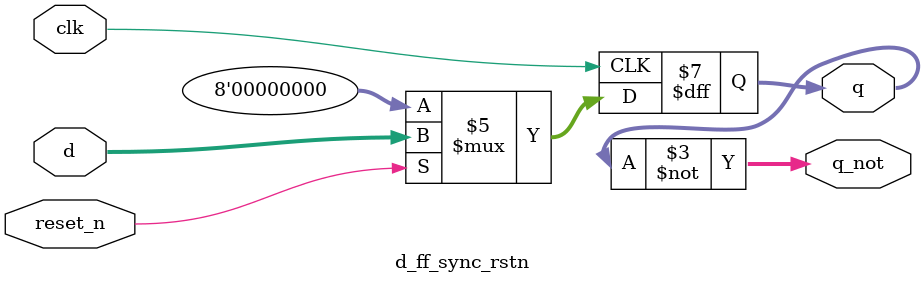
<source format=v>
module d_ff_sync_rstn
#(parameter BUS_WIDTH = 8)
(
    input [BUS_WIDTH-1:0] d, 
    input clk, 
    input reset_n, 
    output reg [BUS_WIDTH-1:0] q, 
    output [BUS_WIDTH-1:0] q_not
);

    // rising edge trigger ff
    always @(posedge clk) begin 
        if(!reset_n) begin 
            q <= 0; // non-blocking assignment for sequential logic
        end else begin 
            q <= d; 
        end
    end 

    assign q_not = ~q; 

endmodule
</source>
